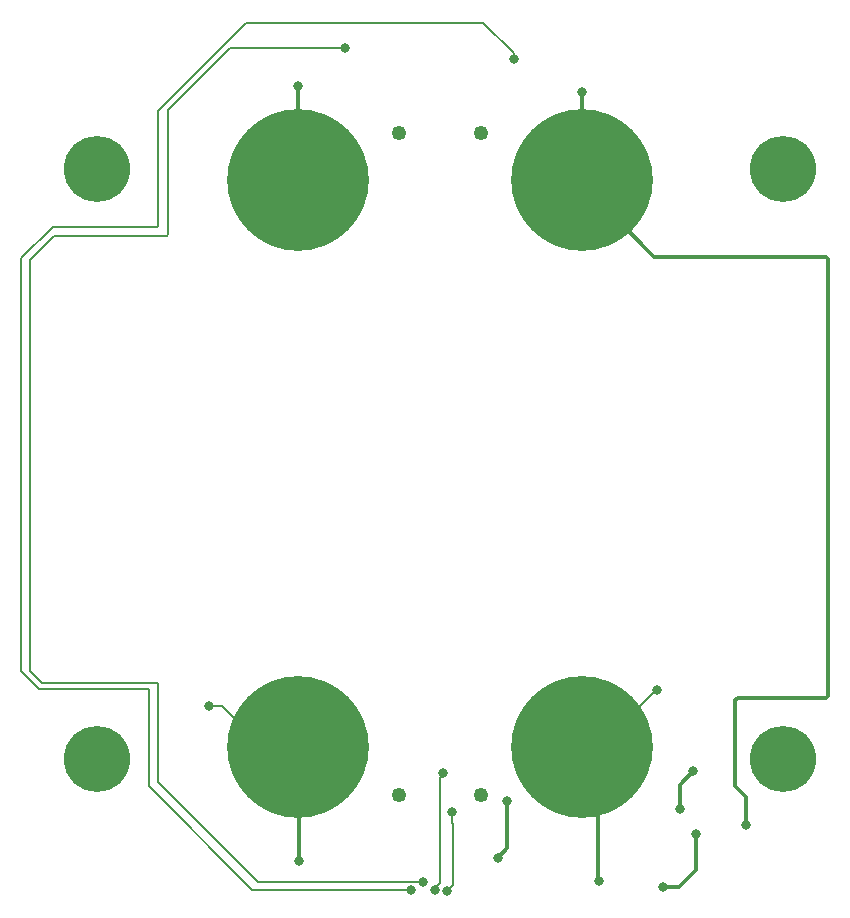
<source format=gbl>
G04*
G04 #@! TF.GenerationSoftware,Altium Limited,Altium Designer,21.4.1 (30)*
G04*
G04 Layer_Physical_Order=2*
G04 Layer_Color=16711680*
%FSLAX25Y25*%
%MOIN*%
G70*
G04*
G04 #@! TF.SameCoordinates,CAD9CCDC-5C06-4C5A-A707-2981277BA2D7*
G04*
G04*
G04 #@! TF.FilePolarity,Positive*
G04*
G01*
G75*
%ADD35C,0.01200*%
%ADD36C,0.00800*%
%ADD39C,0.01350*%
%ADD40C,0.22028*%
%ADD41C,0.04921*%
%ADD42C,0.03200*%
%ADD43C,0.47244*%
D35*
X52617Y-138717D02*
Y-99861D01*
Y-138717D02*
X53000Y-139100D01*
X79945Y-107055D02*
X84500Y-102500D01*
X79945Y-115047D02*
Y-107055D01*
X-47122Y-132378D02*
X-47000Y-132500D01*
X-47244Y-94488D02*
X-47122Y-94610D01*
Y-132378D02*
Y-94610D01*
X22500Y-128000D02*
Y-112500D01*
X19200Y-131300D02*
X22500Y-128000D01*
X99203Y-78000D02*
X128797D01*
X129500Y-77297D01*
Y68297D01*
X98500Y-107500D02*
Y-78703D01*
X99203Y-78000D01*
X128797Y69000D02*
X129500Y68297D01*
X71500Y69000D02*
X128797D01*
X47222Y93278D02*
X71500Y69000D01*
X47222Y93278D02*
Y94510D01*
X49831Y-97075D02*
X52617Y-99861D01*
X79800Y-141200D02*
X85500Y-135500D01*
Y-123500D01*
X74500Y-141200D02*
X79800D01*
X98500Y-107500D02*
X102000Y-111000D01*
Y-120500D02*
Y-111000D01*
D36*
X24700Y134900D02*
Y136800D01*
X24600Y134800D02*
X24700Y134900D01*
X14500Y147000D02*
X24700Y136800D01*
X4000Y-119700D02*
Y-115995D01*
X-59012Y-94488D02*
X-47244D01*
X-76900Y-80800D02*
X-72700D01*
X-59012Y-94488D01*
X4000Y-119700D02*
X4500Y-120200D01*
X91Y-104559D02*
X1000Y-103649D01*
X-1500Y-141351D02*
X91Y-139760D01*
X1000Y-103649D02*
Y-103000D01*
X4500Y-140500D02*
Y-120200D01*
X-1500Y-142000D02*
Y-141351D01*
X91Y-139760D02*
Y-104559D01*
X-70000Y138500D02*
X-31500D01*
X-62500Y-142000D02*
X-9500D01*
X-90500Y118000D02*
X-70000Y138500D01*
X2500Y-142500D02*
X4500Y-140500D01*
X-128500Y76000D02*
X-90969D01*
X-90500Y76469D02*
Y118000D01*
X-90969Y76000D02*
X-90500Y76469D01*
X-94000Y117500D02*
X-64500Y147000D01*
X14500D01*
X-94000Y79352D02*
Y117500D01*
X-94352Y79000D02*
X-94000Y79352D01*
X-129000Y79000D02*
X-94352D01*
X-139500Y-69000D02*
X-133500Y-75000D01*
X-139500Y68500D02*
X-129000Y79000D01*
X-139500Y-69000D02*
Y68500D01*
X-136500Y-69000D02*
Y68000D01*
X-128500Y76000D01*
X-136500Y-69000D02*
X-132500Y-73000D01*
X-133500Y-75000D02*
X-97351D01*
X-94469Y-73000D02*
X-94000Y-73469D01*
Y-106000D02*
Y-73469D01*
X-132500Y-73000D02*
X-94469D01*
X-97351Y-75000D02*
X-97000Y-75352D01*
Y-107500D02*
Y-75352D01*
Y-107500D02*
X-62500Y-142000D01*
X-5700Y-139300D02*
X-5500Y-139500D01*
X-60700Y-139300D02*
X-5700D01*
X-94000Y-106000D02*
X-60700Y-139300D01*
X49831Y-97075D02*
X50276D01*
X71851Y-75500D02*
X72500D01*
X50276Y-97075D02*
X71851Y-75500D01*
D39*
X47222Y94510D02*
Y124078D01*
X47200Y124100D02*
X47222Y124078D01*
X-47300Y125900D02*
X-47244Y125844D01*
Y94488D02*
Y125844D01*
D40*
X-114200Y-98400D02*
D03*
X114200D02*
D03*
Y98400D02*
D03*
X-114200D02*
D03*
D41*
X-13780Y-110236D02*
D03*
X13780D02*
D03*
Y110236D02*
D03*
X-13780D02*
D03*
D42*
X53000Y-139100D02*
D03*
X24600Y134800D02*
D03*
X84500Y-102500D02*
D03*
X4000Y-115995D02*
D03*
X-76900Y-80800D02*
D03*
X-47000Y-132500D02*
D03*
X1000Y-103000D02*
D03*
X22500Y-112500D02*
D03*
X-31500Y138500D02*
D03*
X47200Y124100D02*
D03*
X85500Y-123500D02*
D03*
X79945Y-115047D02*
D03*
X-9500Y-142000D02*
D03*
X102000Y-120500D02*
D03*
X74500Y-141200D02*
D03*
X2500Y-142500D02*
D03*
X-1500Y-142000D02*
D03*
X-5500Y-139500D02*
D03*
X72500Y-75500D02*
D03*
X19200Y-131300D02*
D03*
X-47300Y125900D02*
D03*
D43*
X-47244Y-94488D02*
D03*
X47244D02*
D03*
Y94488D02*
D03*
X-47244D02*
D03*
M02*

</source>
